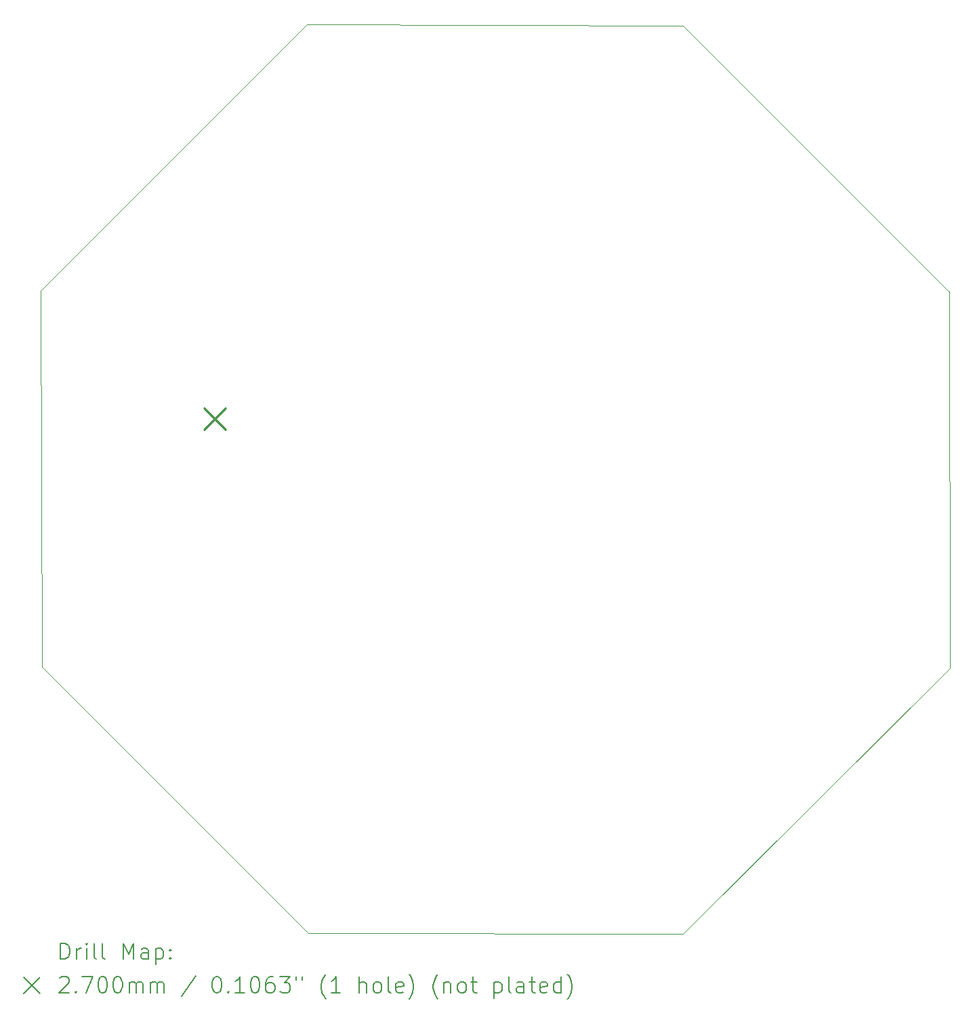
<source format=gbr>
%FSLAX45Y45*%
G04 Gerber Fmt 4.5, Leading zero omitted, Abs format (unit mm)*
G04 Created by KiCad (PCBNEW (6.0.0)) date 2022-05-25 15:38:06*
%MOMM*%
%LPD*%
G01*
G04 APERTURE LIST*
%TA.AperFunction,Profile*%
%ADD10C,0.100000*%
%TD*%
%ADD11C,0.200000*%
%ADD12C,0.270000*%
G04 APERTURE END LIST*
D10*
X8417000Y-8097000D02*
X8440000Y-12797000D01*
X16448000Y-4789000D02*
X11747000Y-4775000D01*
X8417000Y-8097000D02*
X8440000Y-12797000D01*
X8440000Y-12797000D02*
X11762000Y-16127000D01*
X19770000Y-8119000D02*
X16448000Y-4789000D01*
X16448000Y-4789000D02*
X11747000Y-4775000D01*
X11762000Y-16127000D02*
X16450000Y-16134000D01*
X11747000Y-4775000D02*
X11747000Y-4775000D01*
X11762000Y-16127000D02*
X16450000Y-16134000D01*
X19780000Y-12812000D02*
X19770000Y-8119000D01*
X16450000Y-16134000D02*
X19780000Y-12812000D01*
X8440000Y-12797000D02*
X8440000Y-12797000D01*
X19780000Y-12812000D02*
X19770000Y-8111000D01*
X11747000Y-4775000D02*
X8417000Y-8097000D01*
D11*
D12*
X10465000Y-9565000D02*
X10735000Y-9835000D01*
X10735000Y-9565000D02*
X10465000Y-9835000D01*
D11*
X8669619Y-16449476D02*
X8669619Y-16249476D01*
X8717238Y-16249476D01*
X8745810Y-16259000D01*
X8764857Y-16278048D01*
X8774381Y-16297095D01*
X8783905Y-16335190D01*
X8783905Y-16363762D01*
X8774381Y-16401857D01*
X8764857Y-16420905D01*
X8745810Y-16439952D01*
X8717238Y-16449476D01*
X8669619Y-16449476D01*
X8869619Y-16449476D02*
X8869619Y-16316143D01*
X8869619Y-16354238D02*
X8879143Y-16335190D01*
X8888667Y-16325667D01*
X8907714Y-16316143D01*
X8926762Y-16316143D01*
X8993429Y-16449476D02*
X8993429Y-16316143D01*
X8993429Y-16249476D02*
X8983905Y-16259000D01*
X8993429Y-16268524D01*
X9002952Y-16259000D01*
X8993429Y-16249476D01*
X8993429Y-16268524D01*
X9117238Y-16449476D02*
X9098190Y-16439952D01*
X9088667Y-16420905D01*
X9088667Y-16249476D01*
X9222000Y-16449476D02*
X9202952Y-16439952D01*
X9193429Y-16420905D01*
X9193429Y-16249476D01*
X9450571Y-16449476D02*
X9450571Y-16249476D01*
X9517238Y-16392333D01*
X9583905Y-16249476D01*
X9583905Y-16449476D01*
X9764857Y-16449476D02*
X9764857Y-16344714D01*
X9755333Y-16325667D01*
X9736286Y-16316143D01*
X9698190Y-16316143D01*
X9679143Y-16325667D01*
X9764857Y-16439952D02*
X9745810Y-16449476D01*
X9698190Y-16449476D01*
X9679143Y-16439952D01*
X9669619Y-16420905D01*
X9669619Y-16401857D01*
X9679143Y-16382809D01*
X9698190Y-16373286D01*
X9745810Y-16373286D01*
X9764857Y-16363762D01*
X9860095Y-16316143D02*
X9860095Y-16516143D01*
X9860095Y-16325667D02*
X9879143Y-16316143D01*
X9917238Y-16316143D01*
X9936286Y-16325667D01*
X9945810Y-16335190D01*
X9955333Y-16354238D01*
X9955333Y-16411381D01*
X9945810Y-16430428D01*
X9936286Y-16439952D01*
X9917238Y-16449476D01*
X9879143Y-16449476D01*
X9860095Y-16439952D01*
X10041048Y-16430428D02*
X10050571Y-16439952D01*
X10041048Y-16449476D01*
X10031524Y-16439952D01*
X10041048Y-16430428D01*
X10041048Y-16449476D01*
X10041048Y-16325667D02*
X10050571Y-16335190D01*
X10041048Y-16344714D01*
X10031524Y-16335190D01*
X10041048Y-16325667D01*
X10041048Y-16344714D01*
X8212000Y-16679000D02*
X8412000Y-16879000D01*
X8412000Y-16679000D02*
X8212000Y-16879000D01*
X8660095Y-16688524D02*
X8669619Y-16679000D01*
X8688667Y-16669476D01*
X8736286Y-16669476D01*
X8755333Y-16679000D01*
X8764857Y-16688524D01*
X8774381Y-16707571D01*
X8774381Y-16726619D01*
X8764857Y-16755190D01*
X8650571Y-16869476D01*
X8774381Y-16869476D01*
X8860095Y-16850429D02*
X8869619Y-16859952D01*
X8860095Y-16869476D01*
X8850571Y-16859952D01*
X8860095Y-16850429D01*
X8860095Y-16869476D01*
X8936286Y-16669476D02*
X9069619Y-16669476D01*
X8983905Y-16869476D01*
X9183905Y-16669476D02*
X9202952Y-16669476D01*
X9222000Y-16679000D01*
X9231524Y-16688524D01*
X9241048Y-16707571D01*
X9250571Y-16745667D01*
X9250571Y-16793286D01*
X9241048Y-16831381D01*
X9231524Y-16850429D01*
X9222000Y-16859952D01*
X9202952Y-16869476D01*
X9183905Y-16869476D01*
X9164857Y-16859952D01*
X9155333Y-16850429D01*
X9145810Y-16831381D01*
X9136286Y-16793286D01*
X9136286Y-16745667D01*
X9145810Y-16707571D01*
X9155333Y-16688524D01*
X9164857Y-16679000D01*
X9183905Y-16669476D01*
X9374381Y-16669476D02*
X9393429Y-16669476D01*
X9412476Y-16679000D01*
X9422000Y-16688524D01*
X9431524Y-16707571D01*
X9441048Y-16745667D01*
X9441048Y-16793286D01*
X9431524Y-16831381D01*
X9422000Y-16850429D01*
X9412476Y-16859952D01*
X9393429Y-16869476D01*
X9374381Y-16869476D01*
X9355333Y-16859952D01*
X9345810Y-16850429D01*
X9336286Y-16831381D01*
X9326762Y-16793286D01*
X9326762Y-16745667D01*
X9336286Y-16707571D01*
X9345810Y-16688524D01*
X9355333Y-16679000D01*
X9374381Y-16669476D01*
X9526762Y-16869476D02*
X9526762Y-16736143D01*
X9526762Y-16755190D02*
X9536286Y-16745667D01*
X9555333Y-16736143D01*
X9583905Y-16736143D01*
X9602952Y-16745667D01*
X9612476Y-16764714D01*
X9612476Y-16869476D01*
X9612476Y-16764714D02*
X9622000Y-16745667D01*
X9641048Y-16736143D01*
X9669619Y-16736143D01*
X9688667Y-16745667D01*
X9698190Y-16764714D01*
X9698190Y-16869476D01*
X9793429Y-16869476D02*
X9793429Y-16736143D01*
X9793429Y-16755190D02*
X9802952Y-16745667D01*
X9822000Y-16736143D01*
X9850571Y-16736143D01*
X9869619Y-16745667D01*
X9879143Y-16764714D01*
X9879143Y-16869476D01*
X9879143Y-16764714D02*
X9888667Y-16745667D01*
X9907714Y-16736143D01*
X9936286Y-16736143D01*
X9955333Y-16745667D01*
X9964857Y-16764714D01*
X9964857Y-16869476D01*
X10355333Y-16659952D02*
X10183905Y-16917095D01*
X10612476Y-16669476D02*
X10631524Y-16669476D01*
X10650571Y-16679000D01*
X10660095Y-16688524D01*
X10669619Y-16707571D01*
X10679143Y-16745667D01*
X10679143Y-16793286D01*
X10669619Y-16831381D01*
X10660095Y-16850429D01*
X10650571Y-16859952D01*
X10631524Y-16869476D01*
X10612476Y-16869476D01*
X10593429Y-16859952D01*
X10583905Y-16850429D01*
X10574381Y-16831381D01*
X10564857Y-16793286D01*
X10564857Y-16745667D01*
X10574381Y-16707571D01*
X10583905Y-16688524D01*
X10593429Y-16679000D01*
X10612476Y-16669476D01*
X10764857Y-16850429D02*
X10774381Y-16859952D01*
X10764857Y-16869476D01*
X10755333Y-16859952D01*
X10764857Y-16850429D01*
X10764857Y-16869476D01*
X10964857Y-16869476D02*
X10850571Y-16869476D01*
X10907714Y-16869476D02*
X10907714Y-16669476D01*
X10888667Y-16698048D01*
X10869619Y-16717095D01*
X10850571Y-16726619D01*
X11088667Y-16669476D02*
X11107714Y-16669476D01*
X11126762Y-16679000D01*
X11136286Y-16688524D01*
X11145810Y-16707571D01*
X11155333Y-16745667D01*
X11155333Y-16793286D01*
X11145810Y-16831381D01*
X11136286Y-16850429D01*
X11126762Y-16859952D01*
X11107714Y-16869476D01*
X11088667Y-16869476D01*
X11069619Y-16859952D01*
X11060095Y-16850429D01*
X11050571Y-16831381D01*
X11041048Y-16793286D01*
X11041048Y-16745667D01*
X11050571Y-16707571D01*
X11060095Y-16688524D01*
X11069619Y-16679000D01*
X11088667Y-16669476D01*
X11326762Y-16669476D02*
X11288667Y-16669476D01*
X11269619Y-16679000D01*
X11260095Y-16688524D01*
X11241048Y-16717095D01*
X11231524Y-16755190D01*
X11231524Y-16831381D01*
X11241048Y-16850429D01*
X11250571Y-16859952D01*
X11269619Y-16869476D01*
X11307714Y-16869476D01*
X11326762Y-16859952D01*
X11336286Y-16850429D01*
X11345809Y-16831381D01*
X11345809Y-16783762D01*
X11336286Y-16764714D01*
X11326762Y-16755190D01*
X11307714Y-16745667D01*
X11269619Y-16745667D01*
X11250571Y-16755190D01*
X11241048Y-16764714D01*
X11231524Y-16783762D01*
X11412476Y-16669476D02*
X11536286Y-16669476D01*
X11469619Y-16745667D01*
X11498190Y-16745667D01*
X11517238Y-16755190D01*
X11526762Y-16764714D01*
X11536286Y-16783762D01*
X11536286Y-16831381D01*
X11526762Y-16850429D01*
X11517238Y-16859952D01*
X11498190Y-16869476D01*
X11441048Y-16869476D01*
X11422000Y-16859952D01*
X11412476Y-16850429D01*
X11612476Y-16669476D02*
X11612476Y-16707571D01*
X11688667Y-16669476D02*
X11688667Y-16707571D01*
X11983905Y-16945667D02*
X11974381Y-16936143D01*
X11955333Y-16907571D01*
X11945809Y-16888524D01*
X11936286Y-16859952D01*
X11926762Y-16812333D01*
X11926762Y-16774238D01*
X11936286Y-16726619D01*
X11945809Y-16698048D01*
X11955333Y-16679000D01*
X11974381Y-16650428D01*
X11983905Y-16640905D01*
X12164857Y-16869476D02*
X12050571Y-16869476D01*
X12107714Y-16869476D02*
X12107714Y-16669476D01*
X12088667Y-16698048D01*
X12069619Y-16717095D01*
X12050571Y-16726619D01*
X12402952Y-16869476D02*
X12402952Y-16669476D01*
X12488667Y-16869476D02*
X12488667Y-16764714D01*
X12479143Y-16745667D01*
X12460095Y-16736143D01*
X12431524Y-16736143D01*
X12412476Y-16745667D01*
X12402952Y-16755190D01*
X12612476Y-16869476D02*
X12593428Y-16859952D01*
X12583905Y-16850429D01*
X12574381Y-16831381D01*
X12574381Y-16774238D01*
X12583905Y-16755190D01*
X12593428Y-16745667D01*
X12612476Y-16736143D01*
X12641048Y-16736143D01*
X12660095Y-16745667D01*
X12669619Y-16755190D01*
X12679143Y-16774238D01*
X12679143Y-16831381D01*
X12669619Y-16850429D01*
X12660095Y-16859952D01*
X12641048Y-16869476D01*
X12612476Y-16869476D01*
X12793428Y-16869476D02*
X12774381Y-16859952D01*
X12764857Y-16840905D01*
X12764857Y-16669476D01*
X12945809Y-16859952D02*
X12926762Y-16869476D01*
X12888667Y-16869476D01*
X12869619Y-16859952D01*
X12860095Y-16840905D01*
X12860095Y-16764714D01*
X12869619Y-16745667D01*
X12888667Y-16736143D01*
X12926762Y-16736143D01*
X12945809Y-16745667D01*
X12955333Y-16764714D01*
X12955333Y-16783762D01*
X12860095Y-16802810D01*
X13022000Y-16945667D02*
X13031524Y-16936143D01*
X13050571Y-16907571D01*
X13060095Y-16888524D01*
X13069619Y-16859952D01*
X13079143Y-16812333D01*
X13079143Y-16774238D01*
X13069619Y-16726619D01*
X13060095Y-16698048D01*
X13050571Y-16679000D01*
X13031524Y-16650428D01*
X13022000Y-16640905D01*
X13383905Y-16945667D02*
X13374381Y-16936143D01*
X13355333Y-16907571D01*
X13345809Y-16888524D01*
X13336286Y-16859952D01*
X13326762Y-16812333D01*
X13326762Y-16774238D01*
X13336286Y-16726619D01*
X13345809Y-16698048D01*
X13355333Y-16679000D01*
X13374381Y-16650428D01*
X13383905Y-16640905D01*
X13460095Y-16736143D02*
X13460095Y-16869476D01*
X13460095Y-16755190D02*
X13469619Y-16745667D01*
X13488667Y-16736143D01*
X13517238Y-16736143D01*
X13536286Y-16745667D01*
X13545809Y-16764714D01*
X13545809Y-16869476D01*
X13669619Y-16869476D02*
X13650571Y-16859952D01*
X13641048Y-16850429D01*
X13631524Y-16831381D01*
X13631524Y-16774238D01*
X13641048Y-16755190D01*
X13650571Y-16745667D01*
X13669619Y-16736143D01*
X13698190Y-16736143D01*
X13717238Y-16745667D01*
X13726762Y-16755190D01*
X13736286Y-16774238D01*
X13736286Y-16831381D01*
X13726762Y-16850429D01*
X13717238Y-16859952D01*
X13698190Y-16869476D01*
X13669619Y-16869476D01*
X13793428Y-16736143D02*
X13869619Y-16736143D01*
X13822000Y-16669476D02*
X13822000Y-16840905D01*
X13831524Y-16859952D01*
X13850571Y-16869476D01*
X13869619Y-16869476D01*
X14088667Y-16736143D02*
X14088667Y-16936143D01*
X14088667Y-16745667D02*
X14107714Y-16736143D01*
X14145809Y-16736143D01*
X14164857Y-16745667D01*
X14174381Y-16755190D01*
X14183905Y-16774238D01*
X14183905Y-16831381D01*
X14174381Y-16850429D01*
X14164857Y-16859952D01*
X14145809Y-16869476D01*
X14107714Y-16869476D01*
X14088667Y-16859952D01*
X14298190Y-16869476D02*
X14279143Y-16859952D01*
X14269619Y-16840905D01*
X14269619Y-16669476D01*
X14460095Y-16869476D02*
X14460095Y-16764714D01*
X14450571Y-16745667D01*
X14431524Y-16736143D01*
X14393428Y-16736143D01*
X14374381Y-16745667D01*
X14460095Y-16859952D02*
X14441048Y-16869476D01*
X14393428Y-16869476D01*
X14374381Y-16859952D01*
X14364857Y-16840905D01*
X14364857Y-16821857D01*
X14374381Y-16802810D01*
X14393428Y-16793286D01*
X14441048Y-16793286D01*
X14460095Y-16783762D01*
X14526762Y-16736143D02*
X14602952Y-16736143D01*
X14555333Y-16669476D02*
X14555333Y-16840905D01*
X14564857Y-16859952D01*
X14583905Y-16869476D01*
X14602952Y-16869476D01*
X14745809Y-16859952D02*
X14726762Y-16869476D01*
X14688667Y-16869476D01*
X14669619Y-16859952D01*
X14660095Y-16840905D01*
X14660095Y-16764714D01*
X14669619Y-16745667D01*
X14688667Y-16736143D01*
X14726762Y-16736143D01*
X14745809Y-16745667D01*
X14755333Y-16764714D01*
X14755333Y-16783762D01*
X14660095Y-16802810D01*
X14926762Y-16869476D02*
X14926762Y-16669476D01*
X14926762Y-16859952D02*
X14907714Y-16869476D01*
X14869619Y-16869476D01*
X14850571Y-16859952D01*
X14841048Y-16850429D01*
X14831524Y-16831381D01*
X14831524Y-16774238D01*
X14841048Y-16755190D01*
X14850571Y-16745667D01*
X14869619Y-16736143D01*
X14907714Y-16736143D01*
X14926762Y-16745667D01*
X15002952Y-16945667D02*
X15012476Y-16936143D01*
X15031524Y-16907571D01*
X15041048Y-16888524D01*
X15050571Y-16859952D01*
X15060095Y-16812333D01*
X15060095Y-16774238D01*
X15050571Y-16726619D01*
X15041048Y-16698048D01*
X15031524Y-16679000D01*
X15012476Y-16650428D01*
X15002952Y-16640905D01*
M02*

</source>
